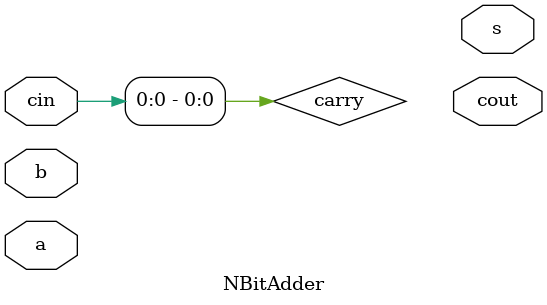
<source format=v>
module NBitAdder #(parameter N = 512) (
    input [N-1:0] a,   // Input A
    input [N-1:0] b,   // Input B
    input cin,         // Carry-in
    output [N-1:0] s,  // Sum output
    output cout        // Final carry-out
);
    wire [N/2:0] carry; // Intermediate carry signals
    assign carry[0] = cin;
wire [N/2:0] prop,gen;
    genvar i;
    generate
        for (i = 0; i < N; i = i + 8) begin : ADDER
            
LUT6_2 #(
.INIT(64'h000006600000F880) // Specify LUT Contents
) LUT6_inst_1 (
.O6(prop[i]), // LUT general output
.O5(gen[i]),
.I0(a[i]), // LUT input
.I1(b[i]), // LUT input
.I2(a[i+1]), // LUT input
.I3(b[i+1]), // LUT input
.I4(1'd0), // LUT input
.I5(1'd1) // LUT input
);

LUT6_2 #(
.INIT(64'h000006600000F880) // Specify LUT Contents
) LUT6_inst_2 (
.O6(prop[i+1]), // LUT general output
.O5(gen[i+1]),
.I0(a[i+2]), // LUT input
.I1(b[i+2]), // LUT input
.I2(a[i+3]), // LUT input
.I3(b[i+3]), // LUT input
.I4(1'd0), // LUT input
.I5(1'd1) // LUT input
);

LUT6_2 #(
.INIT(64'h000006600000F880) // Specify LUT Contents
) LUT6_inst_3 (
.O6(prop[i+2]), // LUT general output
.O5(gen[i+2]),
.I0(a[i+4]), // LUT input
.I1(b[i+4]), // LUT input
.I2(a[i+5]), // LUT input
.I3(b[i+5]), // LUT input
.I4(1'd0), // LUT input
.I5(1'd1) // LUT input
);

LUT6_2 #(
.INIT(64'h000006600000F880) // Specify LUT Contents
) LUT6_inst_4 (
.O6(prop[i+3]), // LUT general output
.O5(gen[i+3]),
.I0(a[i+6]), // LUT input
.I1(b[i+6]), // LUT input
.I2(a[i+7]), // LUT input
.I3(b[i+7]), // LUT input
.I4(1'd0), // LUT input
.I5(1'd1) // LUT input
);



CARRY4 CARRY4_inst (
.CO(c_out), // 4-bit carry out
.O(), // 4-bit carry chain XOR data out
.CI(c_in), // 1-bit carry cascade input
.CYINIT(1'd0), // 1-bit carry initialization
.DI(gen), // 4-bit carry-MUX data in
.S(prop) // 4-bit carry-MUX select input
);
        end
    endgenerate
    
    endmodule
</source>
